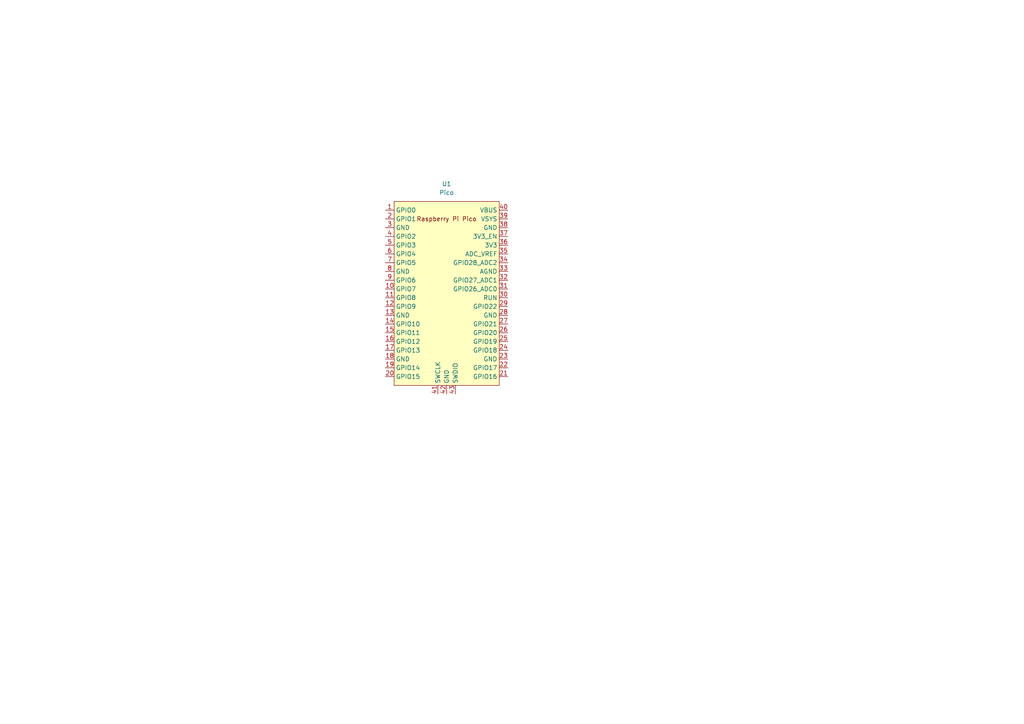
<source format=kicad_sch>
(kicad_sch (version 20211123) (generator eeschema)
  (paper "A4")
  (lib_symbols
    (symbol "MCU_RaspberryPi_and_Boards:Pico"
      (property "Reference" "U" (at -13.97 27.94 0))
      (property "Value" "Pico" (at 0 19.05 0))
      (symbol "Pico_0_0"
        (text "Raspberry Pi Pico" (at 0 21.59 0) (effects (font (size 1.27 1.27))))
      )
      (symbol "Pico_0_1"
        (rectangle (start -15.24 26.67) (end 15.24 -26.67) (fill (type background)))
      )
      (symbol "Pico_1_1"
        (pin bidirectional line (at -17.78 24.13 0) (length 2.54) (name "GPIO0") (number "1"))
        (pin bidirectional line (at -17.78 1.27 0) (length 2.54) (name "GPIO7") (number "10"))
        (pin bidirectional line (at -17.78 -1.27 0) (length 2.54) (name "GPIO8") (number "11"))
        (pin bidirectional line (at -17.78 -3.81 0) (length 2.54) (name "GPIO9") (number "12"))
        (pin power_in line (at -17.78 -6.35 0) (length 2.54) (name "GND") (number "13"))
        (pin bidirectional line (at -17.78 -8.89 0) (length 2.54) (name "GPIO10") (number "14"))
        (pin bidirectional line (at -17.78 -11.43 0) (length 2.54) (name "GPIO11") (number "15"))
        (pin bidirectional line (at -17.78 -13.97 0) (length 2.54) (name "GPIO12") (number "16"))
        (pin bidirectional line (at -17.78 -16.51 0) (length 2.54) (name "GPIO13") (number "17"))
        (pin power_in line (at -17.78 -19.05 0) (length 2.54) (name "GND") (number "18"))
        (pin bidirectional line (at -17.78 -21.59 0) (length 2.54) (name "GPIO14") (number "19"))
        (pin bidirectional line (at -17.78 21.59 0) (length 2.54) (name "GPIO1") (number "2"))
        (pin bidirectional line (at -17.78 -24.13 0) (length 2.54) (name "GPIO15") (number "20"))
        (pin bidirectional line (at 17.78 -24.13 180) (length 2.54) (name "GPIO16") (number "21"))
        (pin bidirectional line (at 17.78 -21.59 180) (length 2.54) (name "GPIO17") (number "22"))
        (pin power_in line (at 17.78 -19.05 180) (length 2.54) (name "GND") (number "23"))
        (pin bidirectional line (at 17.78 -16.51 180) (length 2.54) (name "GPIO18") (number "24"))
        (pin bidirectional line (at 17.78 -13.97 180) (length 2.54) (name "GPIO19") (number "25"))
        (pin bidirectional line (at 17.78 -11.43 180) (length 2.54) (name "GPIO20") (number "26"))
        (pin bidirectional line (at 17.78 -8.89 180) (length 2.54) (name "GPIO21") (number "27"))
        (pin power_in line (at 17.78 -6.35 180) (length 2.54) (name "GND") (number "28"))
        (pin bidirectional line (at 17.78 -3.81 180) (length 2.54) (name "GPIO22") (number "29"))
        (pin power_in line (at -17.78 19.05 0) (length 2.54) (name "GND") (number "3"))
        (pin input line (at 17.78 -1.27 180) (length 2.54) (name "RUN") (number "30"))
        (pin bidirectional line (at 17.78 1.27 180) (length 2.54) (name "GPIO26_ADC0") (number "31"))
        (pin bidirectional line (at 17.78 3.81 180) (length 2.54) (name "GPIO27_ADC1") (number "32"))
        (pin power_in line (at 17.78 6.35 180) (length 2.54) (name "AGND") (number "33"))
        (pin bidirectional line (at 17.78 8.89 180) (length 2.54) (name "GPIO28_ADC2") (number "34"))
        (pin power_in line (at 17.78 11.43 180) (length 2.54) (name "ADC_VREF") (number "35"))
        (pin power_in line (at 17.78 13.97 180) (length 2.54) (name "3V3") (number "36"))
        (pin input line (at 17.78 16.51 180) (length 2.54) (name "3V3_EN") (number "37"))
        (pin bidirectional line (at 17.78 19.05 180) (length 2.54) (name "GND") (number "38"))
        (pin power_in line (at 17.78 21.59 180) (length 2.54) (name "VSYS") (number "39"))
        (pin bidirectional line (at -17.78 16.51 0) (length 2.54) (name "GPIO2") (number "4"))
        (pin power_in line (at 17.78 24.13 180) (length 2.54) (name "VBUS") (number "40"))
        (pin input line (at -2.54 -29.21 90) (length 2.54) (name "SWCLK") (number "41"))
        (pin power_in line (at 0 -29.21 90) (length 2.54) (name "GND") (number "42"))
        (pin bidirectional line (at 2.54 -29.21 90) (length 2.54) (name "SWDIO") (number "43"))
        (pin bidirectional line (at -17.78 13.97 0) (length 2.54) (name "GPIO3") (number "5"))
        (pin bidirectional line (at -17.78 11.43 0) (length 2.54) (name "GPIO4") (number "6"))
        (pin bidirectional line (at -17.78 8.89 0) (length 2.54) (name "GPIO5") (number "7"))
        (pin power_in line (at -17.78 6.35 0) (length 2.54) (name "GND") (number "8"))
        (pin bidirectional line (at -17.78 3.81 0) (length 2.54) (name "GPIO6") (number "9"))
      )
    )
  )
  (symbol (lib_id "MCU_RaspberryPi_and_Boards:Pico") (at 129.54 85.09 0) (unit 1)
    (property "Reference" "U1" (at 129.54 53.34 0))
    (property "Value" "Pico" (at 129.54 55.88 0))
    (property "Footprint" "RPi_Pico:RPi_Pico_SMD_TH" (effects hide))
  )
)
</source>
